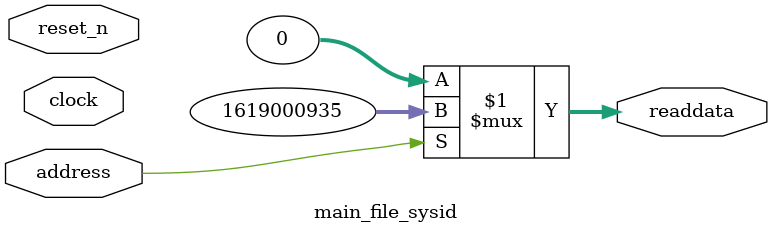
<source format=v>

`timescale 1ns / 1ps
// synthesis translate_on

// turn off superfluous verilog processor warnings 
// altera message_level Level1 
// altera message_off 10034 10035 10036 10037 10230 10240 10030 

module main_file_sysid (
               // inputs:
                address,
                clock,
                reset_n,

               // outputs:
                readdata
             )
;

  output  [ 31: 0] readdata;
  input            address;
  input            clock;
  input            reset_n;

  wire    [ 31: 0] readdata;
  //control_slave, which is an e_avalon_slave
  assign readdata = address ? 1619000935 : 0;

endmodule




</source>
